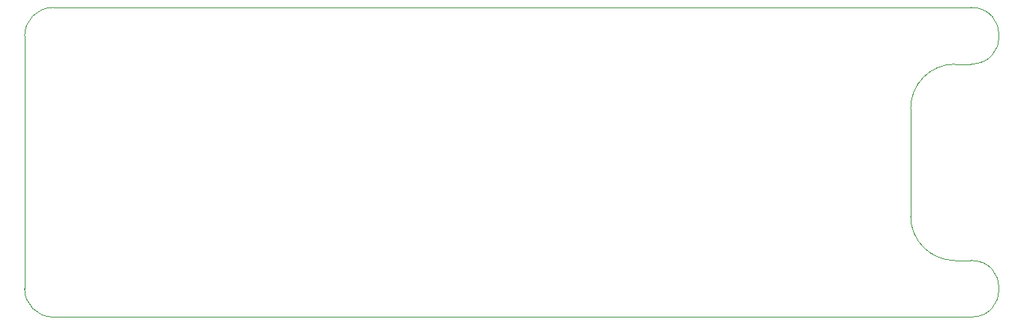
<source format=gbr>
%TF.GenerationSoftware,KiCad,Pcbnew,9.0.2+1*%
%TF.CreationDate,2025-07-26T18:57:22+01:00*%
%TF.ProjectId,Navigator,4e617669-6761-4746-9f72-2e6b69636164,rev?*%
%TF.SameCoordinates,Original*%
%TF.FileFunction,Profile,NP*%
%FSLAX46Y46*%
G04 Gerber Fmt 4.6, Leading zero omitted, Abs format (unit mm)*
G04 Created by KiCad (PCBNEW 9.0.2+1) date 2025-07-26 18:57:22*
%MOMM*%
%LPD*%
G01*
G04 APERTURE LIST*
%TA.AperFunction,Profile*%
%ADD10C,0.050000*%
%TD*%
G04 APERTURE END LIST*
D10*
X200000000Y-76400000D02*
G75*
G02*
X205000000Y-71400000I5000000J0D01*
G01*
X100000000Y-96800000D02*
X100000000Y-68200000D01*
X103200000Y-100000000D02*
G75*
G02*
X100000000Y-96800000I0J3200000D01*
G01*
X100000000Y-68200000D02*
G75*
G02*
X103200000Y-65000000I3200000J0D01*
G01*
X206800000Y-93600000D02*
X205000000Y-93600000D01*
X103200000Y-100000000D02*
X206800000Y-100000000D01*
X103200000Y-65000000D02*
X206800000Y-65000000D01*
X205000000Y-93600000D02*
G75*
G02*
X200000000Y-88600000I0J5000000D01*
G01*
X200000000Y-76400000D02*
X200000000Y-88600000D01*
X206800000Y-71400000D02*
X205000000Y-71400000D01*
X206800000Y-65000000D02*
G75*
G02*
X206800000Y-71400000I0J-3200000D01*
G01*
X206800000Y-93600000D02*
G75*
G02*
X206800000Y-100000000I0J-3200000D01*
G01*
M02*

</source>
